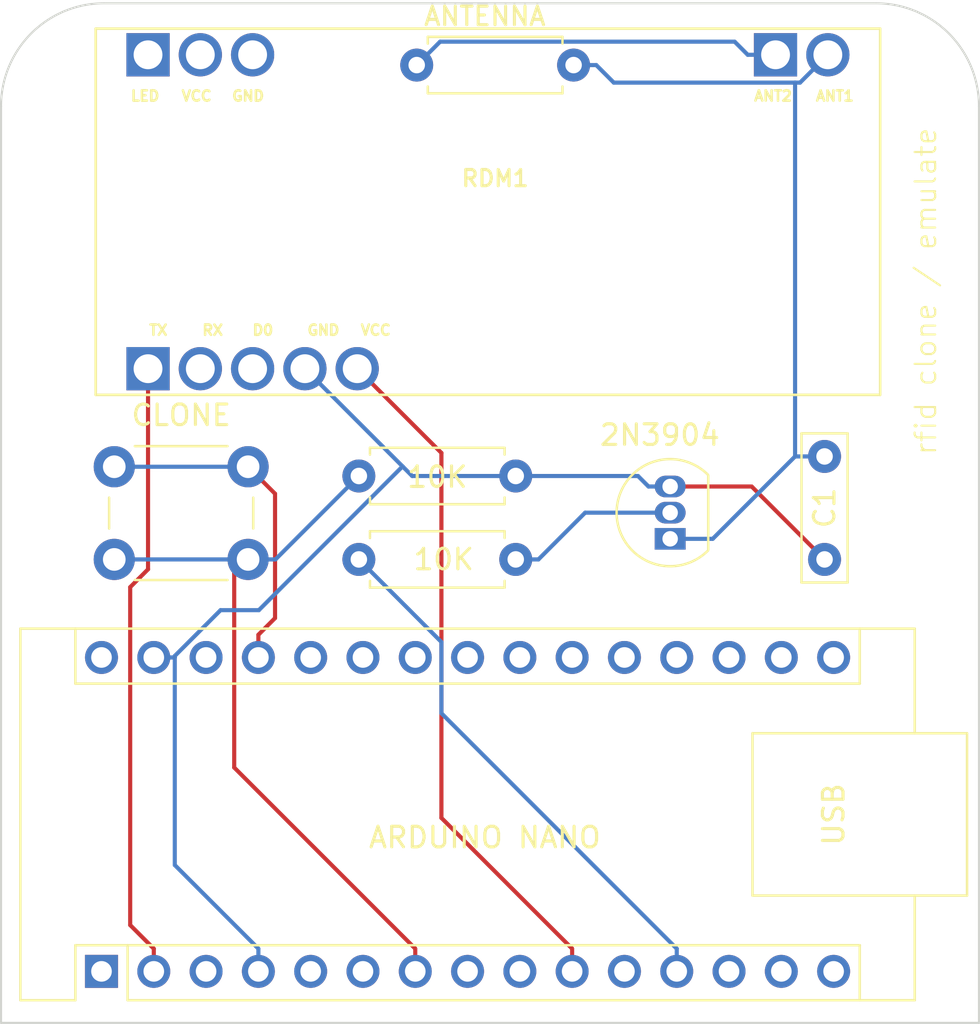
<source format=kicad_pcb>
(kicad_pcb (version 20240108) (generator "pcbnew") (generator_version "8.0")
  (layers (0 "F.Cu" signal) (31 "B.Cu" signal) (34 "B.Paste" user) (35 "F.Paste" user) (36 "B.SilkS" user "B.Silkscreen") (37 "F.SilkS" user "F.Silkscreen") (38 "B.Mask" user) (39 "F.Mask" user) (44 "Edge.Cuts" user))
  (net 0 "")
  (net 5 "ANT_1")
  (net 7 "ANT_EMU")
  (net 12 "TX_RFID")
  (net 17 "RFID_POWER")
  (net 24 "VCC")
  (net 26 "BTN_CLONE")
  (net 30 "Net-(Q1-B)")
  (net 32 "ANT_2")
  (net 37 "GND")
  (footprint "Module:Arduino_Nano" (layer "F.Cu") (at 133.38 140.5 90)
    (property "Reference" "ARDUINO NANO" (at 6.5 18.62 180) (layer "F.SilkS"))
    (property "Value" "Arduino_Nano_v3.x")
    (fp_line (start 16.64 -3.94) (end -1.4 -3.94) (stroke (width 0.12)) (layer "F.SilkS"))
    (fp_line (start -1.4 -3.94) (end -1.4 -1.27) (stroke (width 0.12)) (layer "F.SilkS"))
    (fp_line (start 13.97 -1.27) (end 16.64 -1.27) (stroke (width 0.12)) (layer "F.SilkS"))
    (fp_line (start 13.97 -1.27) (end 13.97 36.83) (stroke (width 0.12)) (layer "F.SilkS"))
    (fp_line (start 1.27 -1.27) (end -1.4 -1.27) (stroke (width 0.12)) (layer "F.SilkS"))
    (fp_line (start 1.27 1.27) (end 1.27 -1.27) (stroke (width 0.12)) (layer "F.SilkS"))
    (fp_line (start 1.27 1.27) (end -1.4 1.27) (stroke (width 0.12)) (layer "F.SilkS"))
    (fp_line (start 1.27 1.27) (end 1.27 36.83) (stroke (width 0.12)) (layer "F.SilkS"))
    (fp_line (start -1.4 1.27) (end -1.4 39.5) (stroke (width 0.12)) (layer "F.SilkS"))
    (fp_line (start 11.56 31.62) (end 11.56 42.04) (stroke (width 0.12)) (layer "F.SilkS"))
    (fp_line (start 3.68 31.62) (end 11.56 31.62) (stroke (width 0.12)) (layer "F.SilkS"))
    (fp_line (start 13.97 36.83) (end 16.64 36.83) (stroke (width 0.12)) (layer "F.SilkS"))
    (fp_line (start 1.27 36.83) (end -1.4 36.83) (stroke (width 0.12)) (layer "F.SilkS"))
    (fp_line (start 16.64 39.5) (end 16.64 -3.94) (stroke (width 0.12)) (layer "F.SilkS"))
    (fp_line (start 16.64 39.5) (end 11.56 39.5) (stroke (width 0.12)) (layer "F.SilkS"))
    (fp_line (start -1.4 39.5) (end 3.68 39.5) (stroke (width 0.12)) (layer "F.SilkS"))
    (fp_line (start 11.56 42.04) (end 3.68 42.04) (stroke (width 0.12)) (layer "F.SilkS"))
    (fp_line (start 3.68 42.04) (end 3.68 31.62) (stroke (width 0.12)) (layer "F.SilkS"))
    (fp_text user "USB" (at 7.62 35.56 90) (layer "F.SilkS"))
    (pad "1" thru_hole rect (at 0 0 90) (size 1.6 1.6) (drill 1) (layers "*.Cu" "*.Mask"))
    (pad "2" thru_hole oval (at 0 2.54 90) (size 1.6 1.6) (drill 1) (layers "*.Cu" "*.Mask") (net 12 "TX_RFID"))
    (pad "3" thru_hole oval (at 0 5.08 90) (size 1.6 1.6) (drill 1) (layers "*.Cu" "*.Mask"))
    (pad "4" thru_hole oval (at 0 7.62 90) (size 1.6 1.6) (drill 1) (layers "*.Cu" "*.Mask") (net 37 "GND"))
    (pad "5" thru_hole oval (at 0 10.16 90) (size 1.6 1.6) (drill 1) (layers "*.Cu" "*.Mask"))
    (pad "6" thru_hole oval (at 0 12.7 90) (size 1.6 1.6) (drill 1) (layers "*.Cu" "*.Mask"))
    (pad "7" thru_hole oval (at 0 15.24 90) (size 1.6 1.6) (drill 1) (layers "*.Cu" "*.Mask") (net 26 "BTN_CLONE"))
    (pad "8" thru_hole oval (at 0 17.78 90) (size 1.6 1.6) (drill 1) (layers "*.Cu" "*.Mask"))
    (pad "9" thru_hole oval (at 0 20.32 90) (size 1.6 1.6) (drill 1) (layers "*.Cu" "*.Mask"))
    (pad "10" thru_hole oval (at 0 22.86 90) (size 1.6 1.6) (drill 1) (layers "*.Cu" "*.Mask") (net 17 "RFID_POWER"))
    (pad "11" thru_hole oval (at 0 25.4 90) (size 1.6 1.6) (drill 1) (layers "*.Cu" "*.Mask"))
    (pad "12" thru_hole oval (at 0 27.94 90) (size 1.6 1.6) (drill 1) (layers "*.Cu" "*.Mask") (net 7 "ANT_EMU"))
    (pad "13" thru_hole oval (at 0 30.48 90) (size 1.6 1.6) (drill 1) (layers "*.Cu" "*.Mask"))
    (pad "14" thru_hole oval (at 0 33.02 90) (size 1.6 1.6) (drill 1) (layers "*.Cu" "*.Mask"))
    (pad "15" thru_hole oval (at 0 35.56 90) (size 1.6 1.6) (drill 1) (layers "*.Cu" "*.Mask"))
    (pad "16" thru_hole oval (at 15.24 35.56 90) (size 1.6 1.6) (drill 1) (layers "*.Cu" "*.Mask"))
    (pad "17" thru_hole oval (at 15.24 33.02 90) (size 1.6 1.6) (drill 1) (layers "*.Cu" "*.Mask"))
    (pad "18" thru_hole oval (at 15.24 30.48 90) (size 1.6 1.6) (drill 1) (layers "*.Cu" "*.Mask"))
    (pad "19" thru_hole oval (at 15.24 27.94 90) (size 1.6 1.6) (drill 1) (layers "*.Cu" "*.Mask"))
    (pad "20" thru_hole oval (at 15.24 25.4 90) (size 1.6 1.6) (drill 1) (layers "*.Cu" "*.Mask"))
    (pad "21" thru_hole oval (at 15.24 22.86 90) (size 1.6 1.6) (drill 1) (layers "*.Cu" "*.Mask"))
    (pad "22" thru_hole oval (at 15.24 20.32 90) (size 1.6 1.6) (drill 1) (layers "*.Cu" "*.Mask"))
    (pad "23" thru_hole oval (at 15.24 17.78 90) (size 1.6 1.6) (drill 1) (layers "*.Cu" "*.Mask"))
    (pad "24" thru_hole oval (at 15.24 15.24 90) (size 1.6 1.6) (drill 1) (layers "*.Cu" "*.Mask"))
    (pad "25" thru_hole oval (at 15.24 12.7 90) (size 1.6 1.6) (drill 1) (layers "*.Cu" "*.Mask"))
    (pad "26" thru_hole oval (at 15.24 10.16 90) (size 1.6 1.6) (drill 1) (layers "*.Cu" "*.Mask"))
    (pad "27" thru_hole oval (at 15.24 7.62 90) (size 1.6 1.6) (drill 1) (layers "*.Cu" "*.Mask") (net 24 "VCC"))
    (pad "28" thru_hole oval (at 15.24 5.08 90) (size 1.6 1.6) (drill 1) (layers "*.Cu" "*.Mask"))
    (pad "29" thru_hole oval (at 15.24 2.54 90) (size 1.6 1.6) (drill 1) (layers "*.Cu" "*.Mask") (net 37 "GND"))
    (pad "30" thru_hole oval (at 15.24 0 90) (size 1.6 1.6) (drill 1) (layers "*.Cu" "*.Mask"))
  )
  (footprint "Package_TO_SOT_THT:TO-92_Inline" (layer "F.Cu") (at 161 119.5 90)
    (property "Reference" "2N3904" (at 5.04 -0.5 0) (layer "F.SilkS"))
    (property "Value" "2N3904")
    (fp_line (start -0.53 1.85) (end 3.07 1.85) (stroke (width 0.12)) (layer "F.SilkS"))
    (fp_arc (start 1.27 -2.6) (mid 3.672087 -0.994977) (end 3.108478 1.838478) (stroke (width 0.12)) (layer "F.SilkS"))
    (fp_arc (start -0.568478 1.838478) (mid -1.132087 -0.994977) (end 1.27 -2.6) (stroke (width 0.12)) (layer "F.SilkS"))
    (pad "1" thru_hole rect (at 0 0 90) (size 1.05 1.5) (drill 0.75) (layers "*.Cu" "*.Mask") (net 5 "ANT_1"))
    (pad "2" thru_hole oval (at 1.27 0 90) (size 1.05 1.5) (drill 0.75) (layers "*.Cu" "*.Mask") (net 30 "Net-(Q1-B)"))
    (pad "3" thru_hole oval (at 2.54 0 90) (size 1.05 1.5) (drill 0.75) (layers "*.Cu" "*.Mask") (net 37 "GND"))
  )
  (footprint "RDM6300:RDM6300" (layer "F.Cu") (at 152.15 103.62 180)
    (property "Reference" "RDM1" (at -0.35 1.62 0) (layer "F.SilkS") (effects (font (size 0.787402 0.787402))))
    (property "Value" "RDM6300")
    (fp_line (start 19.05 8.89) (end 19.05 -8.89) (stroke (width 0.127)) (layer "F.SilkS"))
    (fp_line (start 19.05 -8.89) (end -19.05 -8.89) (stroke (width 0.127)) (layer "F.SilkS"))
    (fp_line (start -19.05 8.89) (end 19.05 8.89) (stroke (width 0.127)) (layer "F.SilkS"))
    (fp_line (start -19.05 -8.89) (end -19.05 8.89) (stroke (width 0.127)) (layer "F.SilkS"))
    (fp_text user "LED" (at 16.65 5.62 0) (layer "F.SilkS") (effects (font (size 0.5 0.5))))
    (fp_text user "VCC" (at 14.15 5.62 0) (layer "F.SilkS") (effects (font (size 0.5 0.5))))
    (fp_text user "GND" (at 7.99 -5.75 0) (layer "F.SilkS") (effects (font (size 0.5 0.5))))
    (fp_text user "GND" (at 11.65 5.62 0) (layer "F.SilkS") (effects (font (size 0.5 0.5))))
    (fp_text user "VCC" (at 5.45 -5.75 0) (layer "F.SilkS") (effects (font (size 0.5 0.5))))
    (fp_text user "TX" (at 16.01 -5.75 0) (layer "F.SilkS") (effects (font (size 0.5 0.5))))
    (fp_text user "ANT2" (at -13.85 5.62 0) (layer "F.SilkS") (effects (font (size 0.5 0.5))))
    (fp_text user "RX" (at 13.37 -5.75 0) (layer "F.SilkS") (effects (font (size 0.5 0.5))))
    (fp_text user "ANT1" (at -16.85 5.62 0) (layer "F.SilkS") (effects (font (size 0.5 0.5))))
    (fp_text user "D0" (at 10.93 -5.75 0) (layer "F.SilkS") (effects (font (size 0.5 0.5))))
    (pad "ANT1" thru_hole circle (at -16.51 7.62 180) (size 2.1 2.1) (drill 1.4) (layers "*.Cu" "*.Mask") (net 5 "ANT_1"))
    (pad "ANT2" thru_hole rect (at -13.97 7.62 180) (size 2.1 2.1) (drill 1.4) (layers "*.Cu" "*.Mask") (net 32 "ANT_2"))
    (pad "D0" thru_hole circle (at 11.43 -7.62 180) (size 2.1 2.1) (drill 1.4) (layers "*.Cu" "*.Mask"))
    (pad "GND" thru_hole circle (at 8.89 -7.62 180) (size 2.1 2.1) (drill 1.4) (layers "*.Cu" "*.Mask") (net 37 "GND"))
    (pad "GND1" thru_hole circle (at 11.43 7.62 180) (size 2.1 2.1) (drill 1.4) (layers "*.Cu" "*.Mask"))
    (pad "LED" thru_hole rect (at 16.51 7.62 180) (size 2.1 2.1) (drill 1.4) (layers "*.Cu" "*.Mask"))
    (pad "RX" thru_hole circle (at 13.97 -7.62 180) (size 2.1 2.1) (drill 1.4) (layers "*.Cu" "*.Mask"))
    (pad "TX" thru_hole rect (at 16.51 -7.62 180) (size 2.1 2.1) (drill 1.4) (layers "*.Cu" "*.Mask") (net 12 "TX_RFID"))
    (pad "VCC" thru_hole circle (at 6.35 -7.62 180) (size 2.1 2.1) (drill 1.4) (layers "*.Cu" "*.Mask") (net 17 "RFID_POWER"))
    (pad "VCC1" thru_hole circle (at 13.97 7.62 180) (size 2.1 2.1) (drill 1.4) (layers "*.Cu" "*.Mask"))
  )
  (footprint "Resistor_THT:R_Axial_DIN0207_L6.3mm_D2.5mm_P7.62mm_Horizontal" (layer "F.Cu") (at 145.88 116.45)
    (property "Reference" "10K" (at 3.81 0.05 0) (layer "F.SilkS"))
    (property "Value" "10K")
    (fp_line (start 0.54 -1.37) (end 7.08 -1.37) (stroke (width 0.12)) (layer "F.SilkS"))
    (fp_line (start 0.54 -1.04) (end 0.54 -1.37) (stroke (width 0.12)) (layer "F.SilkS"))
    (fp_line (start 0.54 1.04) (end 0.54 1.37) (stroke (width 0.12)) (layer "F.SilkS"))
    (fp_line (start 0.54 1.37) (end 7.08 1.37) (stroke (width 0.12)) (layer "F.SilkS"))
    (fp_line (start 7.08 -1.37) (end 7.08 -1.04) (stroke (width 0.12)) (layer "F.SilkS"))
    (fp_line (start 7.08 1.37) (end 7.08 1.04) (stroke (width 0.12)) (layer "F.SilkS"))
    (pad "1" thru_hole circle (at 0 0) (size 1.6 1.6) (drill 0.8) (layers "*.Cu" "*.Mask") (net 26 "BTN_CLONE"))
    (pad "2" thru_hole oval (at 7.62 0) (size 1.6 1.6) (drill 0.8) (layers "*.Cu" "*.Mask") (net 37 "GND"))
  )
  (footprint "Capacitor_THT:C_Rect_L7.0mm_W2.0mm_P5.00mm" (layer "F.Cu") (at 168.5 120.5 90)
    (property "Reference" "C1" (at 2.5 0 90) (layer "F.SilkS"))
    (property "Value" "10nF")
    (fp_line (start 6.12 -1.12) (end 6.12 1.12) (stroke (width 0.12)) (layer "F.SilkS"))
    (fp_line (start -1.12 -1.12) (end 6.12 -1.12) (stroke (width 0.12)) (layer "F.SilkS"))
    (fp_line (start -1.12 -1.12) (end -1.12 1.12) (stroke (width 0.12)) (layer "F.SilkS"))
    (fp_line (start -1.12 1.12) (end 6.12 1.12) (stroke (width 0.12)) (layer "F.SilkS"))
    (pad "1" thru_hole circle (at 0 0 90) (size 1.6 1.6) (drill 0.8) (layers "*.Cu" "*.Mask") (net 37 "GND"))
    (pad "2" thru_hole circle (at 5 0 90) (size 1.6 1.6) (drill 0.8) (layers "*.Cu" "*.Mask") (net 5 "ANT_1"))
  )
  (footprint "Resistor_THT:R_Axial_DIN0207_L6.3mm_D2.5mm_P7.62mm_Horizontal" (layer "F.Cu") (at 145.88 120.5)
    (property "Reference" "10K" (at 4.12 0 0) (layer "F.SilkS"))
    (property "Value" "10K")
    (fp_line (start 0.54 -1.37) (end 7.08 -1.37) (stroke (width 0.12)) (layer "F.SilkS"))
    (fp_line (start 0.54 -1.04) (end 0.54 -1.37) (stroke (width 0.12)) (layer "F.SilkS"))
    (fp_line (start 0.54 1.04) (end 0.54 1.37) (stroke (width 0.12)) (layer "F.SilkS"))
    (fp_line (start 0.54 1.37) (end 7.08 1.37) (stroke (width 0.12)) (layer "F.SilkS"))
    (fp_line (start 7.08 -1.37) (end 7.08 -1.04) (stroke (width 0.12)) (layer "F.SilkS"))
    (fp_line (start 7.08 1.37) (end 7.08 1.04) (stroke (width 0.12)) (layer "F.SilkS"))
    (pad "1" thru_hole circle (at 0 0) (size 1.6 1.6) (drill 0.8) (layers "*.Cu" "*.Mask") (net 7 "ANT_EMU"))
    (pad "2" thru_hole oval (at 7.62 0) (size 1.6 1.6) (drill 0.8) (layers "*.Cu" "*.Mask") (net 30 "Net-(Q1-B)"))
  )
  (footprint "Resistor_THT:R_Axial_DIN0207_L6.3mm_D2.5mm_P7.62mm_Horizontal" (layer "F.Cu") (at 148.69 96.5)
    (property "Reference" "ANTENNA" (at 3.31 -2.37 0) (layer "F.SilkS") (effects (font (size 0.9 0.9))))
    (property "Value" "L")
    (fp_line (start 0.54 -1.37) (end 7.08 -1.37) (stroke (width 0.12)) (layer "F.SilkS"))
    (fp_line (start 0.54 -1.04) (end 0.54 -1.37) (stroke (width 0.12)) (layer "F.SilkS"))
    (fp_line (start 0.54 1.04) (end 0.54 1.37) (stroke (width 0.12)) (layer "F.SilkS"))
    (fp_line (start 0.54 1.37) (end 7.08 1.37) (stroke (width 0.12)) (layer "F.SilkS"))
    (fp_line (start 7.08 -1.37) (end 7.08 -1.04) (stroke (width 0.12)) (layer "F.SilkS"))
    (fp_line (start 7.08 1.37) (end 7.08 1.04) (stroke (width 0.12)) (layer "F.SilkS"))
    (pad "1" thru_hole circle (at 0 0) (size 1.6 1.6) (drill 0.8) (layers "*.Cu" "*.Mask") (net 32 "ANT_2"))
    (pad "2" thru_hole oval (at 7.62 0) (size 1.6 1.6) (drill 0.8) (layers "*.Cu" "*.Mask") (net 5 "ANT_1"))
  )
  (footprint "Button_Switch_THT:SW_PUSH_6mm" (layer "F.Cu") (at 134 116)
    (property "Reference" "CLONE" (at 3.25 -2.5 0) (layer "F.SilkS"))
    (property "Value" "SW_Push")
    (fp_line (start -0.25 1.5) (end -0.25 3) (stroke (width 0.12)) (layer "F.SilkS"))
    (fp_line (start 1 5.5) (end 5.5 5.5) (stroke (width 0.12)) (layer "F.SilkS"))
    (fp_line (start 5.5 -1) (end 1 -1) (stroke (width 0.12)) (layer "F.SilkS"))
    (fp_line (start 6.75 3) (end 6.75 1.5) (stroke (width 0.12)) (layer "F.SilkS"))
    (pad "1" thru_hole circle (at 0 0 90) (size 2 2) (drill 1.1) (layers "*.Cu" "*.Mask") (net 24 "VCC"))
    (pad "1" thru_hole circle (at 6.5 0 90) (size 2 2) (drill 1.1) (layers "*.Cu" "*.Mask") (net 24 "VCC"))
    (pad "2" thru_hole circle (at 0 4.5 90) (size 2 2) (drill 1.1) (layers "*.Cu" "*.Mask") (net 26 "BTN_CLONE"))
    (pad "2" thru_hole circle (at 6.5 4.5 90) (size 2 2) (drill 1.1) (layers "*.Cu" "*.Mask") (net 26 "BTN_CLONE"))
  )
  (gr_arc (start 171 93.5) (mid 174.535534 94.964466) (end 176 98.5) (stroke (width 0.1)) (layer "Edge.Cuts"))
  (gr_line (start 176 98.5) (end 176 143) (stroke (width 0.1)) (layer "Edge.Cuts"))
  (gr_arc (start 128.5 98.5) (mid 129.964466 94.964466) (end 133.5 93.5) (stroke (width 0.1)) (layer "Edge.Cuts"))
  (gr_line (start 128.5 143) (end 128.5 98.5) (stroke (width 0.1)) (layer "Edge.Cuts"))
  (gr_line (start 176 143) (end 128.5 143) (stroke (width 0.1)) (layer "Edge.Cuts"))
  (gr_line (start 133.5 93.5) (end 171 93.5) (stroke (width 0.1)) (layer "Edge.Cuts"))
  (gr_text "rfid clone / emulate" (at 174 115.5 90) (layer "F.SilkS") (effects (font (size 1 1) (thickness 0.1)) (justify left bottom)))
  (segment (start 167.0683 115.5) (end 167.0683 97.3517) (width 0.2) (layer "B.Cu") (net 5))
  (segment (start 167.3083 97.3517) (end 167.0683 97.3517) (width 0.2) (layer "B.Cu") (net 5))
  (segment (start 167.0683 115.5) (end 168.5 115.5) (width 0.2) (layer "B.Cu") (net 5))
  (segment (start 168.66 96) (end 167.3083 97.3517) (width 0.2) (layer "B.Cu") (net 5))
  (segment (start 167.0683 97.3517) (end 158.2634 97.3517) (width 0.2) (layer "B.Cu") (net 5))
  (segment (start 161 119.5) (end 163.0683 119.5) (width 0.2) (layer "B.Cu") (net 5))
  (segment (start 156.31 96.5) (end 157.4117 96.5) (width 0.2) (layer "B.Cu") (net 5))
  (segment (start 158.2634 97.3517) (end 157.4117 96.5) (width 0.2) (layer "B.Cu") (net 5))
  (segment (start 163.0683 119.5) (end 167.0683 115.5) (width 0.2) (layer "B.Cu") (net 5))
  (segment (start 149.89 127.9683) (end 149.89 124.51) (width 0.2) (layer "B.Cu") (net 7))
  (segment (start 161.32 139.3983) (end 149.89 127.9683) (width 0.2) (layer "B.Cu") (net 7))
  (segment (start 149.89 124.51) (end 145.88 120.5) (width 0.2) (layer "B.Cu") (net 7))
  (segment (start 161.32 140.5) (end 161.32 139.3983) (width 0.2) (layer "B.Cu") (net 7))
  (segment (start 135.64 111.24) (end 135.64 120.98) (width 0.2) (layer "F.Cu") (net 12))
  (segment (start 134.7737 138.252) (end 135.92 139.3983) (width 0.2) (layer "F.Cu") (net 12))
  (segment (start 135.64 120.98) (end 134.7737 121.8463) (width 0.2) (layer "F.Cu") (net 12))
  (segment (start 135.92 140.5) (end 135.92 139.3983) (width 0.2) (layer "F.Cu") (net 12))
  (segment (start 134.7737 121.8463) (end 134.7737 138.252) (width 0.2) (layer "F.Cu") (net 12))
  (segment (start 145.8 111.24) (end 149.89 115.33) (width 0.2) (layer "F.Cu") (net 17))
  (segment (start 149.89 115.33) (end 149.89 133.0483) (width 0.2) (layer "F.Cu") (net 17))
  (segment (start 156.24 140.5) (end 156.24 139.3983) (width 0.2) (layer "F.Cu") (net 17))
  (segment (start 149.89 133.0483) (end 156.24 139.3983) (width 0.2) (layer "F.Cu") (net 17))
  (segment (start 141.8098 117.3098) (end 141.8098 123.3485) (width 0.2) (layer "F.Cu") (net 24))
  (segment (start 141.8098 123.3485) (end 141 124.1583) (width 0.2) (layer "F.Cu") (net 24))
  (segment (start 140.5 116) (end 141.8098 117.3098) (width 0.2) (layer "F.Cu") (net 24))
  (segment (start 141 125.26) (end 141 124.1583) (width 0.2) (layer "F.Cu") (net 24))
  (segment (start 140.5 116) (end 134 116) (width 0.2) (layer "B.Cu") (net 24))
  (segment (start 140.5 120.5) (end 139.8262 121.1738) (width 0.2) (layer "F.Cu") (net 26))
  (segment (start 139.8262 121.1738) (end 139.8262 130.6045) (width 0.2) (layer "F.Cu") (net 26))
  (segment (start 139.8262 130.6045) (end 148.62 139.3983) (width 0.2) (layer "F.Cu") (net 26))
  (segment (start 148.62 140.5) (end 148.62 139.3983) (width 0.2) (layer "F.Cu") (net 26))
  (segment (start 140.5 120.5) (end 141.83 120.5) (width 0.2) (layer "B.Cu") (net 26))
  (segment (start 134 120.5) (end 140.5 120.5) (width 0.2) (layer "B.Cu") (net 26))
  (segment (start 141.83 120.5) (end 145.88 116.45) (width 0.2) (layer "B.Cu") (net 26))
  (segment (start 161 118.23) (end 156.8717 118.23) (width 0.2) (layer "B.Cu") (net 30))
  (segment (start 153.5 120.5) (end 154.6017 120.5) (width 0.2) (layer "B.Cu") (net 30))
  (segment (start 156.8717 118.23) (end 154.6017 120.5) (width 0.2) (layer "B.Cu") (net 30))
  (segment (start 164.7683 96) (end 164.1319 95.3636) (width 0.2) (layer "B.Cu") (net 32))
  (segment (start 166.12 96) (end 164.7683 96) (width 0.2) (layer "B.Cu") (net 32))
  (segment (start 164.1319 95.3636) (end 149.8264 95.3636) (width 0.2) (layer "B.Cu") (net 32))
  (segment (start 149.8264 95.3636) (end 148.69 96.5) (width 0.2) (layer "B.Cu") (net 32))
  (segment (start 168.5 120.5) (end 164.96 116.96) (width 0.2) (layer "F.Cu") (net 37))
  (segment (start 164.96 116.96) (end 161 116.96) (width 0.2) (layer "F.Cu") (net 37))
  (segment (start 136.9389 125.1872) (end 136.9389 125.26) (width 0.2) (layer "B.Cu") (net 37))
  (segment (start 136.9389 125.26) (end 136.9389 135.3372) (width 0.2) (layer "B.Cu") (net 37))
  (segment (start 148.47 116.45) (end 153.5 116.45) (width 0.2) (layer "B.Cu") (net 37))
  (segment (start 136.9389 135.3372) (end 141 139.3983) (width 0.2) (layer "B.Cu") (net 37))
  (segment (start 143.26 111.24) (end 148.0027 115.9827) (width 0.2) (layer "B.Cu") (net 37))
  (segment (start 141.0211 122.9643) (end 139.1618 122.9643) (width 0.2) (layer "B.Cu") (net 37))
  (segment (start 148.0027 115.9827) (end 141.0211 122.9643) (width 0.2) (layer "B.Cu") (net 37))
  (segment (start 148.0027 115.9827) (end 148.47 116.45) (width 0.2) (layer "B.Cu") (net 37))
  (segment (start 159.9483 116.96) (end 159.4383 116.45) (width 0.2) (layer "B.Cu") (net 37))
  (segment (start 135.92 125.26) (end 136.9389 125.26) (width 0.2) (layer "B.Cu") (net 37))
  (segment (start 139.1618 122.9643) (end 136.9389 125.1872) (width 0.2) (layer "B.Cu") (net 37))
  (segment (start 141 140.5) (end 141 139.3983) (width 0.2) (layer "B.Cu") (net 37))
  (segment (start 159.4383 116.45) (end 153.5 116.45) (width 0.2) (layer "B.Cu") (net 37))
  (segment (start 161 116.96) (end 159.9483 116.96) (width 0.2) (layer "B.Cu") (net 37))
)
</source>
